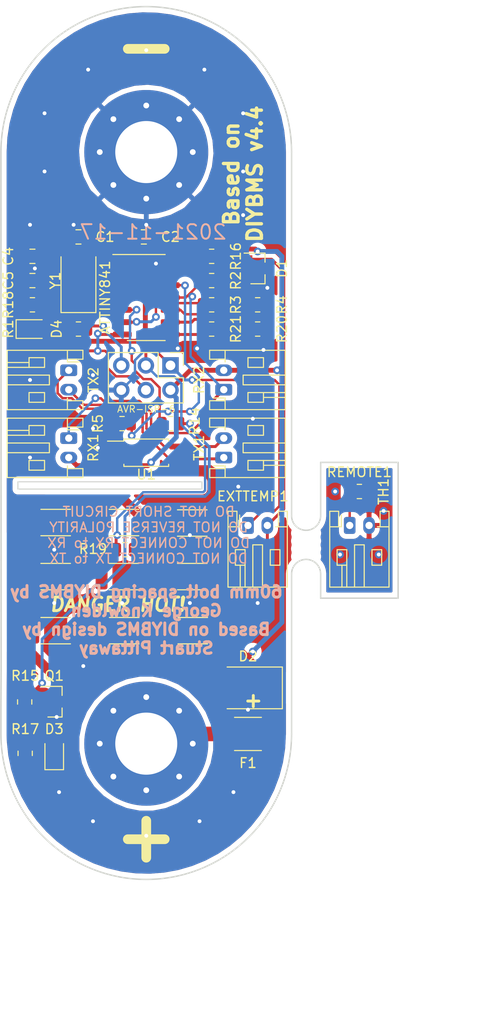
<source format=kicad_pcb>
(kicad_pcb (version 20171130) (host pcbnew 5.1.10-88a1d61d58~88~ubuntu18.04.1)
  (layers (0 F.Cu signal) (31 B.Cu signal) (34 B.Paste user hide) (35 F.Paste user hide) (36 B.SilkS user) (37 F.SilkS user) (38 B.Mask user hide) (39 F.Mask user hide) (44 Edge.Cuts user))
  (net 0 "")
  (net 1 GND)
  (net 2 VCC)
  (net 3 RXD0)
  (net 4 ENABLE)
  (net 5 "Net-(R5-Pad1)")
  (net 6 TXD0)
  (net 7 "Net-(R6-Pad2)")
  (net 8 "Net-(Q1-Pad3)")
  (net 9 "Net-(D3-Pad1)")
  (net 10 "Net-(D4-Pad1)")
  (net 11 DUMP_LOAD_ENABLE)
  (net 12 "Net-(TX1-Pad1)")
  (net 13 "Net-(TX1-Pad2)")
  (net 14 "Net-(ATTINY841-Pad2)")
  (net 15 "Net-(ATTINY841-Pad3)")
  (net 16 "Net-(ATTINY841-Pad4)")
  (net 17 "Net-(ATTINY841-Pad7)")
  (net 18 "Net-(R22-Pad2)")
  (net 19 "Net-(R24-Pad2)")
  (net 20 "Net-(F1-Pad2)")
  (net 21 "Net-(Q1-Pad1)")
  (net 22 "Net-(ATTINY841-Pad10)")
  (net 23 VREF)
  (net 24 SCK)
  (net 25 MISO)
  (net 26 "Net-(R25-Pad2)")
  (net 27 "Net-(R26-Pad2)")
  (net 28 "Net-(R12-Pad1)")
  (module TempStrap:mouse-bite-3mm-slot (layer F.Cu) (at 133.4176 85.3376 90)
    (fp_text reference mouse-bite-3mm-slot hide)
    (fp_text value VAL** hide)
    (pad "" np_thru_hole circle (at -1.2 -0.8 90) (size 0.5 0.5) (drill 0.5) (layers *.Cu *.Mask))
    (pad "" np_thru_hole circle (at 1.2 -0.8 90) (size 0.5 0.5) (drill 0.5) (layers *.Cu *.Mask))
    (pad "" np_thru_hole circle (at -0.4 -0.8 90) (size 0.5 0.5) (drill 0.5) (layers *.Cu *.Mask))
    (pad "" np_thru_hole circle (at 0.4 -0.8 90) (size 0.5 0.5) (drill 0.5) (layers *.Cu *.Mask))
    (pad "" np_thru_hole circle (at 0.4 -0.8 90) (size 0.5 0.5) (drill 0.5) (layers *.Cu *.Mask))
    (pad "" np_thru_hole circle (at 1.2 0.8 90) (size 0.5 0.5) (drill 0.5) (layers *.Cu *.Mask))
    (pad "" np_thru_hole circle (at 0.4 0.8 90) (size 0.5 0.5) (drill 0.5) (layers *.Cu *.Mask))
    (pad "" np_thru_hole circle (at -0.4 0.8 90) (size 0.5 0.5) (drill 0.5) (layers *.Cu *.Mask))
    (pad "" np_thru_hole circle (at -1.2 0.8 90) (size 0.5 0.5) (drill 0.5) (layers *.Cu *.Mask))
    (pad "" np_thru_hole circle (at 0.4 0.8 90) (size 0.5 0.5) (drill 0.5) (layers *.Cu *.Mask))
  )
  (module Resistor_SMD:R_0805_2012Metric (layer F.Cu) (at 138.9176 79.8376 180)
    (fp_text reference TH1 (at -2.5 0 90) (layer F.SilkS))
    (fp_text value CMFB103F3950FANT)
    (pad 2 smd roundrect (at 0.9125 0 180) (size 1.025 1.4) (layers F.Cu F.Paste F.Mask) (roundrect_rratio 0.2439014634146341) (net 25 MISO))
    (pad 1 smd roundrect (at -0.9125 0 180) (size 1.025 1.4) (layers F.Cu F.Paste F.Mask) (roundrect_rratio 0.2439014634146341) (net 23 VREF))
  )
  (module Connector_JST:JST_PH_S2B-PH-K_1x02_P2.00mm_Horizontal (layer F.Cu) (at 137.9176 83.3376)
    (fp_text reference REMOTE1 (at 1 -5.5) (layer F.SilkS))
    (fp_text value "Ext Temp Sensor")
    (pad 2 thru_hole oval (at 2 0) (size 1.2 1.75) (drill 0.75) (layers *.Cu *.Mask) (net 23 VREF))
    (pad 1 thru_hole roundrect (at 0 0) (size 1.2 1.75) (drill 0.75) (layers *.Cu *.Mask) (roundrect_rratio 0.2083325) (net 25 MISO))
  )
  (module Resistor_SMD:R_0805_2012Metric (layer F.Cu) (at 119.4176 72.8376 180)
    (fp_text reference R14 (at -2.5 0.25 90) (layer F.SilkS))
    (fp_text value 510OHMS)
    (pad 2 smd roundrect (at 0.9125 0 180) (size 1.025 1.4) (layers F.Cu F.Paste F.Mask) (roundrect_rratio 0.2439004878048781) (net 11 DUMP_LOAD_ENABLE))
    (pad 1 smd roundrect (at -0.9125 0 180) (size 1.025 1.4) (layers F.Cu F.Paste F.Mask) (roundrect_rratio 0.2439004878048781) (net 21 "Net-(Q1-Pad1)"))
  )
  (module Resistor_SMD:R_0805_2012Metric (layer F.Cu) (at 123.6676 63.0876)
    (fp_text reference R21 (at 2.5 0 90) (layer F.SilkS))
    (fp_text value 10KOHMS)
    (pad 2 smd roundrect (at 0.9125 0) (size 1.025 1.4) (layers F.Cu F.Paste F.Mask) (roundrect_rratio 0.2439004878048781) (net 1 GND))
    (pad 1 smd roundrect (at -0.9125 0) (size 1.025 1.4) (layers F.Cu F.Paste F.Mask) (roundrect_rratio 0.2439004878048781) (net 25 MISO))
  )
  (module Resistor_SMD:R_0805_2012Metric (layer F.Cu) (at 128.4176 63.0876)
    (fp_text reference R20 (at 2.5 0 90) (layer F.SilkS))
    (fp_text value 10KOHMS)
    (pad 2 smd roundrect (at 0.9125 0) (size 1.025 1.4) (layers F.Cu F.Paste F.Mask) (roundrect_rratio 0.2439004878048781) (net 1 GND))
    (pad 1 smd roundrect (at -0.9125 0) (size 1.025 1.4) (layers F.Cu F.Paste F.Mask) (roundrect_rratio 0.2439004878048781) (net 24 SCK))
  )
  (module LED_SMD:LED_0805_2012Metric (layer F.Cu) (at 105.1676 63.0876)
    (fp_text reference D4 (at 2.5 0 90) (layer F.SilkS))
    (fp_text value Blue)
    (pad 2 smd roundrect (at 0.9375 0) (size 0.975 1.4) (layers F.Cu F.Paste F.Mask) (net 17 "Net-(ATTINY841-Pad7)"))
    (pad 1 smd roundrect (at -0.9375 0) (size 0.975 1.4) (layers F.Cu F.Paste F.Mask) (net 10 "Net-(D4-Pad1)"))
  )
  (module Resistor_SMD:R_0805_2012Metric (layer F.Cu) (at 128.4176 60.5876)
    (fp_text reference R4 (at 2.5 0 90) (layer F.SilkS))
    (fp_text value 2.7K)
    (pad 2 smd roundrect (at 0.9125 0) (size 1.025 1.4) (layers F.Cu F.Paste F.Mask) (roundrect_rratio 0.2439004878048781) (net 1 GND))
    (pad 1 smd roundrect (at -0.9125 0) (size 1.025 1.4) (layers F.Cu F.Paste F.Mask) (roundrect_rratio 0.2439004878048781) (net 22 "Net-(ATTINY841-Pad10)"))
  )
  (module Resistor_SMD:R_0805_2012Metric (layer F.Cu) (at 123.6676 60.5876)
    (fp_text reference R3 (at 2.5 0 90) (layer F.SilkS))
    (fp_text value 6.8K)
    (pad 2 smd roundrect (at 0.9125 0) (size 1.025 1.4) (layers F.Cu F.Paste F.Mask) (roundrect_rratio 0.2439004878048781) (net 22 "Net-(ATTINY841-Pad10)"))
    (pad 1 smd roundrect (at -0.9125 0) (size 1.025 1.4) (layers F.Cu F.Paste F.Mask) (roundrect_rratio 0.2439004878048781) (net 4 ENABLE))
  )
  (module Resistor_SMD:R_0805_2012Metric (layer F.Cu) (at 123.6676 55.5876)
    (fp_text reference R2 (at 2.5 2.5 90) (layer F.SilkS))
    (fp_text value 1KOHMS)
    (pad 2 smd roundrect (at 0.9125 0) (size 1.025 1.4) (layers F.Cu F.Paste F.Mask) (roundrect_rratio 0.2439004878048781) (net 23 VREF))
    (pad 1 smd roundrect (at -0.9125 0) (size 1.025 1.4) (layers F.Cu F.Paste F.Mask) (roundrect_rratio 0.2439004878048781) (net 4 ENABLE))
  )
  (module Resistor_SMD:R_0805_2012Metric (layer F.Cu) (at 109.9176 63.0876)
    (fp_text reference R1 (at -7.25 0 90) (layer F.SilkS))
    (fp_text value 10KOHMS)
    (pad 2 smd roundrect (at 0.9125 0) (size 1.025 1.4) (layers F.Cu F.Paste F.Mask) (roundrect_rratio 0.2439004878048781) (net 16 "Net-(ATTINY841-Pad4)"))
    (pad 1 smd roundrect (at -0.9125 0) (size 1.025 1.4) (layers F.Cu F.Paste F.Mask) (roundrect_rratio 0.2439004878048781) (net 2 VCC))
  )
  (module Crystals:Crystal_SMD_5032-2pin_5.0x3.2mm (layer F.Cu) (at 109.9176 58.3376 90)
    (fp_text reference Y1 (at 0.25 -2.395 90) (layer F.SilkS))
    (fp_text value "8MHZ Ceramic Resonator")
    (pad 1 smd rect (at -1.85 0 90) (size 2 2.4) (layers F.Cu F.Paste F.Mask) (net 15 "Net-(ATTINY841-Pad3)"))
    (pad 2 smd rect (at 1.85 0 90) (size 2 2.4) (layers F.Cu F.Paste F.Mask) (net 14 "Net-(ATTINY841-Pad2)"))
  )
  (module Pin_Headers:Pin_Header_Straight_2x03_Pitch2.54mm (layer F.Cu) (at 119.4176 66.8376 270)
    (fp_text reference J2 hide)
    (fp_text value AVR-ISP-6 (at 4.5 2.5 180) (layer F.SilkS) (effects (font (size 0.7 0.7) (thickness 0.1))))
    (pad 1 thru_hole rect (at 0 0 270) (size 1.7 1.7) (drill 1) (layers *.Cu *.Mask) (net 25 MISO))
    (pad 2 thru_hole oval (at 2.54 0 270) (size 1.7 1.7) (drill 1) (layers *.Cu *.Mask) (net 2 VCC))
    (pad 3 thru_hole oval (at 0 2.54 270) (size 1.7 1.7) (drill 1) (layers *.Cu *.Mask) (net 24 SCK))
    (pad 4 thru_hole oval (at 2.54 2.54 270) (size 1.7 1.7) (drill 1) (layers *.Cu *.Mask) (net 17 "Net-(ATTINY841-Pad7)"))
    (pad 5 thru_hole oval (at 0 5.08 270) (size 1.7 1.7) (drill 1) (layers *.Cu *.Mask) (net 16 "Net-(ATTINY841-Pad4)"))
    (pad 6 thru_hole oval (at 2.54 5.08 270) (size 1.7 1.7) (drill 1) (layers *.Cu *.Mask) (net 1 GND))
  )
  (module Resistor_SMD:R_0805_2012Metric (layer F.Cu) (at 123.6676 58.0876 180)
    (fp_text reference R16 (at -2.5 2.5 90) (layer F.SilkS))
    (fp_text value 2.2KOHMS)
    (pad 2 smd roundrect (at 0.9125 0 180) (size 1.025 1.4) (layers F.Cu F.Paste F.Mask) (roundrect_rratio 0.2439004878048781) (net 3 RXD0))
    (pad 1 smd roundrect (at -0.9125 0 180) (size 1.025 1.4) (layers F.Cu F.Paste F.Mask) (roundrect_rratio 0.2439004878048781) (net 1 GND))
  )
  (module Resistor_SMD:R_0805_2012Metric (layer F.Cu) (at 105.1676 60.5876 180)
    (fp_text reference R18 (at 2.5 0 90) (layer F.SilkS))
    (fp_text value 2.2KOHMS)
    (pad 2 smd roundrect (at 0.9125 0 180) (size 1.025 1.4) (layers F.Cu F.Paste F.Mask) (roundrect_rratio 0.2439004878048781) (net 10 "Net-(D4-Pad1)"))
    (pad 1 smd roundrect (at -0.9125 0 180) (size 1.025 1.4) (layers F.Cu F.Paste F.Mask) (roundrect_rratio 0.2439004878048781) (net 1 GND))
  )
  (module Package_TO_SOT_SMD:SOT-23 (layer F.Cu) (at 128.4176 56.8376)
    (fp_text reference D1 (at 2.5 0 270) (layer F.SilkS))
    (fp_text value AZ432ANTR-E1)
    (pad 3 smd rect (at 1 0) (size 0.9 0.8) (layers F.Cu F.Paste F.Mask) (net 1 GND))
    (pad 2 smd rect (at -1 0.95) (size 0.9 0.8) (layers F.Cu F.Paste F.Mask) (net 23 VREF))
    (pad 1 smd rect (at -1 -0.95) (size 0.9 0.8) (layers F.Cu F.Paste F.Mask) (net 23 VREF))
  )
  (module Capacitor_SMD:C_0805_2012Metric (layer F.Cu) (at 105.1676 58.0876 180)
    (fp_text reference C5 (at 2.5 0 270) (layer F.SilkS))
    (fp_text value 22pF)
    (pad 2 smd roundrect (at 0.95 0 180) (size 1 1.45) (layers F.Cu F.Paste F.Mask) (net 1 GND))
    (pad 1 smd roundrect (at -0.95 0 180) (size 1 1.45) (layers F.Cu F.Paste F.Mask) (net 15 "Net-(ATTINY841-Pad3)"))
  )
  (module Capacitor_SMD:C_0805_2012Metric (layer F.Cu) (at 105.1676 55.5876 180)
    (fp_text reference C4 (at 2.5 0 270) (layer F.SilkS))
    (fp_text value 22pF)
    (pad 2 smd roundrect (at 0.95 0 180) (size 1 1.45) (layers F.Cu F.Paste F.Mask) (net 1 GND))
    (pad 1 smd roundrect (at -0.95 0 180) (size 1 1.45) (layers F.Cu F.Paste F.Mask) (net 14 "Net-(ATTINY841-Pad2)"))
  )
  (module Capacitor_SMD:C_0805_2012Metric (layer F.Cu) (at 116.6676 53.5876)
    (fp_text reference C2 (at 2.75 0) (layer F.SilkS))
    (fp_text value 1uF)
    (pad 2 smd roundrect (at 0.95 0) (size 1 1.45) (layers F.Cu F.Paste F.Mask) (net 1 GND))
    (pad 1 smd roundrect (at -0.95 0) (size 1 1.45) (layers F.Cu F.Paste F.Mask) (net 2 VCC))
  )
  (module Capacitor_SMD:C_0805_2012Metric (layer F.Cu) (at 109.9176 53.5876 180)
    (fp_text reference C1 (at -2.75 0) (layer F.SilkS))
    (fp_text value 100nF)
    (pad 2 smd roundrect (at 0.95 0 180) (size 1 1.45) (layers F.Cu F.Paste F.Mask) (net 1 GND))
    (pad 1 smd roundrect (at -0.95 0 180) (size 1 1.45) (layers F.Cu F.Paste F.Mask) (net 2 VCC))
  )
  (module Package_SO:SOIC-14_3.9x8.7mm_P1.27mm (layer F.Cu) (at 116.9176 59.8376)
    (fp_text reference ATTINY841 (at -4.25 0 90) (layer F.SilkS))
    (fp_text value ATtiny841-SSU)
    (pad 14 smd roundrect (at 2.475 -3.81) (size 1.95 0.6) (layers F.Cu F.Paste F.Mask) (net 1 GND))
    (pad 13 smd roundrect (at 2.475 -2.54) (size 1.95 0.6) (layers F.Cu F.Paste F.Mask) (net 23 VREF))
    (pad 12 smd roundrect (at 2.475 -1.27) (size 1.95 0.6) (layers F.Cu F.Paste F.Mask) (net 6 TXD0))
    (pad 11 smd roundrect (at 2.475 0) (size 1.95 0.6) (layers F.Cu F.Paste F.Mask) (net 3 RXD0))
    (pad 10 smd roundrect (at 2.475 1.27) (size 1.95 0.6) (layers F.Cu F.Paste F.Mask) (net 22 "Net-(ATTINY841-Pad10)"))
    (pad 9 smd roundrect (at 2.475 2.54) (size 1.95 0.6) (layers F.Cu F.Paste F.Mask) (net 24 SCK))
    (pad 8 smd roundrect (at 2.475 3.81) (size 1.95 0.6) (layers F.Cu F.Paste F.Mask) (net 25 MISO))
    (pad 7 smd roundrect (at -2.475 3.81) (size 1.95 0.6) (layers F.Cu F.Paste F.Mask) (net 17 "Net-(ATTINY841-Pad7)"))
    (pad 6 smd roundrect (at -2.475 2.54) (size 1.95 0.6) (layers F.Cu F.Paste F.Mask) (net 4 ENABLE))
    (pad 5 smd roundrect (at -2.475 1.27) (size 1.95 0.6) (layers F.Cu F.Paste F.Mask) (net 11 DUMP_LOAD_ENABLE))
    (pad 4 smd roundrect (at -2.475 0) (size 1.95 0.6) (layers F.Cu F.Paste F.Mask) (net 16 "Net-(ATTINY841-Pad4)"))
    (pad 3 smd roundrect (at -2.475 -1.27) (size 1.95 0.6) (layers F.Cu F.Paste F.Mask) (net 15 "Net-(ATTINY841-Pad3)"))
    (pad 2 smd roundrect (at -2.475 -2.54) (size 1.95 0.6) (layers F.Cu F.Paste F.Mask) (net 14 "Net-(ATTINY841-Pad2)"))
    (pad 1 smd roundrect (at -2.475 -3.81) (size 1.95 0.6) (layers F.Cu F.Paste F.Mask) (net 2 VCC))
  )
  (module Resistor_SMD:R_2010_5025Metric (layer F.Cu) (at 121.6676 83.0876 180)
    (fp_text reference R30 hide)
    (fp_text value "3.3OHM 3/4W")
    (pad 2 smd roundrect (at 2.3125 0 180) (size 1.225 2.65) (layers F.Cu F.Paste F.Mask) (roundrect_rratio 0.2040808163265306) (net 8 "Net-(Q1-Pad3)"))
    (pad 1 smd roundrect (at -2.3125 0 180) (size 1.225 2.65) (layers F.Cu F.Paste F.Mask) (roundrect_rratio 0.2040808163265306) (net 27 "Net-(R26-Pad2)"))
  )
  (module Resistor_SMD:R_2010_5025Metric (layer F.Cu) (at 114.6176 83.0376)
    (fp_text reference R29 hide)
    (fp_text value "3.3OHM 3/4W")
    (pad 2 smd roundrect (at 2.3125 0) (size 1.225 2.65) (layers F.Cu F.Paste F.Mask) (roundrect_rratio 0.2040808163265306) (net 8 "Net-(Q1-Pad3)"))
    (pad 1 smd roundrect (at -2.3125 0) (size 1.225 2.65) (layers F.Cu F.Paste F.Mask) (roundrect_rratio 0.2040808163265306) (net 26 "Net-(R25-Pad2)"))
  )
  (module Resistor_SMD:R_2010_5025Metric (layer F.Cu) (at 121.6676 88.6126)
    (fp_text reference R26 hide)
    (fp_text value "3.3OHM 3/4W")
    (pad 2 smd roundrect (at 2.3125 0) (size 1.225 2.65) (layers F.Cu F.Paste F.Mask) (roundrect_rratio 0.2040808163265306) (net 27 "Net-(R26-Pad2)"))
    (pad 1 smd roundrect (at -2.3125 0) (size 1.225 2.65) (layers F.Cu F.Paste F.Mask) (roundrect_rratio 0.2040808163265306) (net 19 "Net-(R24-Pad2)"))
  )
  (module Resistor_SMD:R_2010_5025Metric (layer F.Cu) (at 114.6176 88.6126 180)
    (fp_text reference R25 hide)
    (fp_text value "3.3OHM 3/4W")
    (pad 2 smd roundrect (at 2.3125 0 180) (size 1.225 2.65) (layers F.Cu F.Paste F.Mask) (roundrect_rratio 0.2040808163265306) (net 26 "Net-(R25-Pad2)"))
    (pad 1 smd roundrect (at -2.3125 0 180) (size 1.225 2.65) (layers F.Cu F.Paste F.Mask) (roundrect_rratio 0.2040808163265306) (net 18 "Net-(R22-Pad2)"))
  )
  (module Resistor_SMD:R_2010_5025Metric (layer F.Cu) (at 121.7176 94.1876 180)
    (fp_text reference R24 hide)
    (fp_text value "3.3OHM 3/4W")
    (pad 2 smd roundrect (at 2.3125 0 180) (size 1.225 2.65) (layers F.Cu F.Paste F.Mask) (roundrect_rratio 0.2040808163265306) (net 19 "Net-(R24-Pad2)"))
    (pad 1 smd roundrect (at -2.3125 0 180) (size 1.225 2.65) (layers F.Cu F.Paste F.Mask) (roundrect_rratio 0.2040808163265306) (net 2 VCC))
  )
  (module Resistor_SMD:R_2010_5025Metric (layer F.Cu) (at 114.6426 94.1876)
    (fp_text reference R22 hide)
    (fp_text value "3.3OHM 3/4W")
    (pad 2 smd roundrect (at 2.3125 0) (size 1.225 2.65) (layers F.Cu F.Paste F.Mask) (roundrect_rratio 0.2040808163265306) (net 18 "Net-(R22-Pad2)"))
    (pad 1 smd roundrect (at -2.3125 0) (size 1.225 2.65) (layers F.Cu F.Paste F.Mask) (roundrect_rratio 0.2040808163265306) (net 2 VCC))
  )
  (module Resistor_SMD:R_2010_5025Metric (layer F.Cu) (at 107.5676 83.0376 180)
    (fp_text reference R12 hide)
    (fp_text value "3.3OHM 3/4W")
    (pad 2 smd roundrect (at 2.3125 0 180) (size 1.225 2.65) (layers F.Cu F.Paste F.Mask) (roundrect_rratio 0.2040808163265306) (net 8 "Net-(Q1-Pad3)"))
    (pad 1 smd roundrect (at -2.3125 0 180) (size 1.225 2.65) (layers F.Cu F.Paste F.Mask) (roundrect_rratio 0.2040808163265306) (net 28 "Net-(R12-Pad1)"))
  )
  (module Resistor_SMD:R_2010_5025Metric (layer F.Cu) (at 107.5676 88.6126)
    (fp_text reference R8 hide)
    (fp_text value "3.3OHM 3/4W")
    (pad 2 smd roundrect (at 2.3125 0) (size 1.225 2.65) (layers F.Cu F.Paste F.Mask) (roundrect_rratio 0.2040808163265306) (net 28 "Net-(R12-Pad1)"))
    (pad 1 smd roundrect (at -2.3125 0) (size 1.225 2.65) (layers F.Cu F.Paste F.Mask) (roundrect_rratio 0.2040808163265306) (net 7 "Net-(R6-Pad2)"))
  )
  (module Resistor_SMD:R_2010_5025Metric (layer F.Cu) (at 107.5676 94.1876 180)
    (fp_text reference R6 hide)
    (fp_text value "3.3OHM 3/4W")
    (pad 2 smd roundrect (at 2.3125 0 180) (size 1.225 2.65) (layers F.Cu F.Paste F.Mask) (roundrect_rratio 0.2040808163265306) (net 7 "Net-(R6-Pad2)"))
    (pad 1 smd roundrect (at -2.3125 0 180) (size 1.225 2.65) (layers F.Cu F.Paste F.Mask) (roundrect_rratio 0.2040808163265306) (net 2 VCC))
  )
  (module Package_SO:SOP-4_4.4x2.6mm_P1.27mm (layer F.Cu) (at 116.9176 75.8376)
    (fp_text reference U1 (at 0 2.25) (layer F.SilkS))
    (fp_text value "EL3H7(B)(TA)-G")
    (pad 4 smd roundrect (at 3.1875 -0.635) (size 1.625 0.6) (layers F.Cu F.Paste F.Mask) (net 13 "Net-(TX1-Pad2)"))
    (pad 3 smd roundrect (at 3.1875 0.635) (size 1.625 0.6) (layers F.Cu F.Paste F.Mask) (net 12 "Net-(TX1-Pad1)"))
    (pad 2 smd roundrect (at -3.1875 0.635) (size 1.625 0.6) (layers F.Cu F.Paste F.Mask) (net 1 GND))
    (pad 1 smd roundrect (at -3.1875 -0.635) (size 1.625 0.6) (layers F.Cu F.Paste F.Mask) (net 5 "Net-(R5-Pad1)"))
  )
  (module Connector_JST:JST_PH_S2B-PH-K_1x02_P2.00mm_Horizontal (layer F.Cu) (at 124.9176 76.3376 90)
    (fp_text reference TX1 (at 1 -2.55 90) (layer F.SilkS))
    (fp_text value "TX Connector")
    (pad 2 thru_hole oval (at 2 0 90) (size 1.2 1.75) (drill 0.75) (layers *.Cu *.Mask) (net 13 "Net-(TX1-Pad2)"))
    (pad 1 thru_hole roundrect (at 0 0 90) (size 1.2 1.75) (drill 0.75) (layers *.Cu *.Mask) (roundrect_rratio 0.2083325) (net 12 "Net-(TX1-Pad1)"))
  )
  (module Connector_JST:JST_PH_S2B-PH-K_1x02_P2.00mm_Horizontal (layer F.Cu) (at 108.9176 74.3376 270)
    (fp_text reference RX1 (at 1 -2.53 90) (layer F.SilkS))
    (fp_text value "RX Connector")
    (pad 2 thru_hole oval (at 2 0 270) (size 1.2 1.75) (drill 0.75) (layers *.Cu *.Mask) (net 2 VCC))
    (pad 1 thru_hole roundrect (at 0 0 270) (size 1.2 1.75) (drill 0.75) (layers *.Cu *.Mask) (roundrect_rratio 0.2083325) (net 3 RXD0))
  )
  (module Diode_SMD:D_SMB (layer F.Cu) (at 127.4176 100.0876 180)
    (fp_text reference D2 (at 0 3.25) (layer F.SilkS))
    (fp_text value SMBJ5.0A)
    (pad 2 smd rect (at 2.15 0 180) (size 2.5 2.3) (layers F.Cu F.Paste F.Mask) (net 1 GND))
    (pad 1 smd rect (at -2.15 0 180) (size 2.5 2.3) (layers F.Cu F.Paste F.Mask) (net 2 VCC))
  )
  (module Resistor_SMD:R_0805_2012Metric (layer F.Cu) (at 114.7176 85.8376 180)
    (fp_text reference R19 (at 3.3 0.075) (layer F.SilkS))
    (fp_text value CMFB103F3950FANT)
    (pad 2 smd roundrect (at 0.9125 0 180) (size 1.025 1.4) (layers F.Cu F.Paste F.Mask) (roundrect_rratio 0.2439004878048781) (net 24 SCK))
    (pad 1 smd roundrect (at -0.9125 0 180) (size 1.025 1.4) (layers F.Cu F.Paste F.Mask) (roundrect_rratio 0.2439004878048781) (net 23 VREF))
  )
  (module Resistor_SMD:R_0805_2012Metric (layer F.Cu) (at 104.4176 106.8376 270)
    (fp_text reference R17 (at -2.5 0 180) (layer F.SilkS))
    (fp_text value 2.2KOHMS)
    (pad 2 smd roundrect (at 0.9125 0 270) (size 1.025 1.4) (layers F.Cu F.Paste F.Mask) (roundrect_rratio 0.2439004878048781) (net 9 "Net-(D3-Pad1)"))
    (pad 1 smd roundrect (at -0.9125 0 270) (size 1.025 1.4) (layers F.Cu F.Paste F.Mask) (roundrect_rratio 0.2439004878048781) (net 8 "Net-(Q1-Pad3)"))
  )
  (module Resistor_SMD:R_0805_2012Metric (layer F.Cu) (at 104.3676 101.5376 270)
    (fp_text reference R15 (at -2.7 -0.05 180) (layer F.SilkS))
    (fp_text value 10KOHMS)
    (pad 2 smd roundrect (at 0.9125 0 270) (size 1.025 1.4) (layers F.Cu F.Paste F.Mask) (roundrect_rratio 0.2439004878048781) (net 1 GND))
    (pad 1 smd roundrect (at -0.9125 0 270) (size 1.025 1.4) (layers F.Cu F.Paste F.Mask) (roundrect_rratio 0.2439004878048781) (net 21 "Net-(Q1-Pad1)"))
  )
  (module Resistor_SMD:R_0805_2012Metric (layer F.Cu) (at 114.4176 72.8376)
    (fp_text reference R5 (at -2.5 0 90) (layer F.SilkS))
    (fp_text value "220 OHMS")
    (pad 2 smd roundrect (at 0.9125 0) (size 1.025 1.4) (layers F.Cu F.Paste F.Mask) (roundrect_rratio 0.2439004878048781) (net 6 TXD0))
    (pad 1 smd roundrect (at -0.9125 0) (size 1.025 1.4) (layers F.Cu F.Paste F.Mask) (roundrect_rratio 0.2439004878048781) (net 5 "Net-(R5-Pad1)"))
  )
  (module Fuse:Fuse_1812_4532Metric (layer F.Cu) (at 127.4176 104.8376 180)
    (fp_text reference F1 (at 0 -3) (layer F.SilkS))
    (fp_text value mSMD150)
    (pad 2 smd roundrect (at 2.1375 0 180) (size 1.125 3.4) (layers F.Cu F.Paste F.Mask) (roundrect_rratio 0.2222204444444444) (net 20 "Net-(F1-Pad2)"))
    (pad 1 smd roundrect (at -2.1375 0 180) (size 1.125 3.4) (layers F.Cu F.Paste F.Mask) (roundrect_rratio 0.2222204444444444) (net 2 VCC))
  )
  (module Connector_JST:JST_PH_S2B-PH-K_1x02_P2.00mm_Horizontal (layer F.Cu) (at 127.4176 83.3376)
    (fp_text reference EXTTEMP1 (at 0.5 -3) (layer F.SilkS))
    (fp_text value "Ext Temp Sensor")
    (pad 2 thru_hole oval (at 2 0) (size 1.2 1.75) (drill 0.75) (layers *.Cu *.Mask) (net 23 VREF))
    (pad 1 thru_hole roundrect (at 0 0) (size 1.2 1.75) (drill 0.75) (layers *.Cu *.Mask) (roundrect_rratio 0.2083325) (net 25 MISO))
  )
  (module LED_SMD:LED_0805_2012Metric (layer F.Cu) (at 107.4176 106.8376 90)
    (fp_text reference D3 (at 2.5 0 180) (layer F.SilkS))
    (fp_text value Red)
    (pad 2 smd roundrect (at 0.9375 0 90) (size 0.975 1.4) (layers F.Cu F.Paste F.Mask) (net 2 VCC))
    (pad 1 smd roundrect (at -0.9375 0 90) (size 0.975 1.4) (layers F.Cu F.Paste F.Mask) (net 9 "Net-(D3-Pad1)"))
  )
  (module TO_SOT_Packages_SMD:SOT-23 (layer F.Cu) (at 107.4676 101.5126)
    (fp_text reference Q1 (at -0.05 -2.675 180) (layer F.SilkS))
    (fp_text value AO3400A)
    (pad 1 smd rect (at -1 -0.95) (size 0.9 0.8) (layers F.Cu F.Paste F.Mask) (net 21 "Net-(Q1-Pad1)"))
    (pad 2 smd rect (at -1 0.95) (size 0.9 0.8) (layers F.Cu F.Paste F.Mask) (net 1 GND))
    (pad 3 smd rect (at 1 0) (size 0.9 0.8) (layers F.Cu F.Paste F.Mask) (net 8 "Net-(Q1-Pad3)"))
  )
  (module Connector_JST:JST_PH_S2B-PH-K_1x02_P2.00mm_Horizontal (layer F.Cu) (at 124.9176 69.3376 90)
    (fp_text reference RX2 (at 1 -2.55 90) (layer F.SilkS))
    (fp_text value "RX Connector")
    (pad 2 thru_hole oval (at 2 0 90) (size 1.2 1.75) (drill 0.75) (layers *.Cu *.Mask) (net 2 VCC))
    (pad 1 thru_hole roundrect (at 0 0 90) (size 1.2 1.75) (drill 0.75) (layers *.Cu *.Mask) (roundrect_rratio 0.2083325) (net 3 RXD0))
  )
  (module Connector_JST:JST_PH_S2B-PH-K_1x02_P2.00mm_Horizontal (layer F.Cu) (at 108.9176 67.3376 270)
    (fp_text reference TX2 (at 1 -2.55 90) (layer F.SilkS))
    (fp_text value "TX Connector")
    (pad 1 thru_hole roundrect (at 0 0 270) (size 1.2 1.75) (drill 0.75) (layers *.Cu *.Mask) (roundrect_rratio 0.2083325) (net 12 "Net-(TX1-Pad1)"))
    (pad 2 thru_hole oval (at 2 0 270) (size 1.2 1.75) (drill 0.75) (layers *.Cu *.Mask) (net 13 "Net-(TX1-Pad2)"))
  )
  (module MountingHole:MountingHole_6.4mm_M6_Pad_Via (layer F.Cu) (at 116.9176 44.8376)
    (fp_text reference J1 hide)
    (fp_text value -VE)
    (pad 1 thru_hole circle (at 3.394113 -3.394113) (size 0.9 0.9) (drill 0.6) (layers *.Cu *.Mask) (net 1 GND))
    (pad 1 thru_hole circle (at 0 -4.8) (size 0.9 0.9) (drill 0.6) (layers *.Cu *.Mask) (net 1 GND))
    (pad 1 thru_hole circle (at -3.394113 -3.394113) (size 0.9 0.9) (drill 0.6) (layers *.Cu *.Mask) (net 1 GND))
    (pad 1 thru_hole circle (at -4.8 0) (size 0.9 0.9) (drill 0.6) (layers *.Cu *.Mask) (net 1 GND))
    (pad 1 thru_hole circle (at -3.394113 3.394113) (size 0.9 0.9) (drill 0.6) (layers *.Cu *.Mask) (net 1 GND))
    (pad 1 thru_hole circle (at 0 4.8) (size 0.9 0.9) (drill 0.6) (layers *.Cu *.Mask) (net 1 GND))
    (pad 1 thru_hole circle (at 3.394113 3.394113) (size 0.9 0.9) (drill 0.6) (layers *.Cu *.Mask) (net 1 GND))
    (pad 1 thru_hole circle (at 4.8 0) (size 0.9 0.9) (drill 0.6) (layers *.Cu *.Mask) (net 1 GND))
    (pad 1 thru_hole circle (at 0 0) (size 12.8 12.8) (drill 6.4) (layers *.Cu *.Mask) (net 1 GND))
  )
  (module MountingHole:MountingHole_6.4mm_M6_Pad_Via (layer F.Cu) (at 116.9176 105.8376)
    (fp_text reference J3 hide)
    (fp_text value +VE)
    (pad 1 thru_hole circle (at 3.394113 -3.394113) (size 0.9 0.9) (drill 0.6) (layers *.Cu *.Mask) (net 20 "Net-(F1-Pad2)"))
    (pad 1 thru_hole circle (at 0 -4.8) (size 0.9 0.9) (drill 0.6) (layers *.Cu *.Mask) (net 20 "Net-(F1-Pad2)"))
    (pad 1 thru_hole circle (at -3.394113 -3.394113) (size 0.9 0.9) (drill 0.6) (layers *.Cu *.Mask) (net 20 "Net-(F1-Pad2)"))
    (pad 1 thru_hole circle (at -4.8 0) (size 0.9 0.9) (drill 0.6) (layers *.Cu *.Mask) (net 20 "Net-(F1-Pad2)"))
    (pad 1 thru_hole circle (at -3.394113 3.394113) (size 0.9 0.9) (drill 0.6) (layers *.Cu *.Mask) (net 20 "Net-(F1-Pad2)"))
    (pad 1 thru_hole circle (at 0 4.8) (size 0.9 0.9) (drill 0.6) (layers *.Cu *.Mask) (net 20 "Net-(F1-Pad2)"))
    (pad 1 thru_hole circle (at 3.394113 3.394113) (size 0.9 0.9) (drill 0.6) (layers *.Cu *.Mask) (net 20 "Net-(F1-Pad2)"))
    (pad 1 thru_hole circle (at 4.8 0) (size 0.9 0.9) (drill 0.6) (layers *.Cu *.Mask) (net 20 "Net-(F1-Pad2)"))
    (pad 1 thru_hole circle (at 0 0) (size 12.8 12.8) (drill 6.4) (layers *.Cu *.Mask) (net 20 "Net-(F1-Pad2)"))
  )
  (gr_arc (start 133.4176 82.3376) (end 131.9176 82.3376) (angle -180) (layer Edge.Cuts) (width 0.15))
  (gr_arc (start 133.4176 88.3376) (end 134.9176 88.3376) (angle -180) (layer Edge.Cuts) (width 0.15))
  (gr_line (start 131.9176 88.3376) (end 131.9176 104.8376) (layer Edge.Cuts) (width 0.15))
  (gr_line (start 134.9176 90.8376) (end 134.9176 88.3376) (layer Edge.Cuts) (width 0.15))
  (gr_line (start 142.9176 76.8376) (end 134.9176 76.8376) (layer Edge.Cuts) (width 0.15))
  (gr_line (start 142.9176 90.8376) (end 142.9176 76.8376) (layer Edge.Cuts) (width 0.15))
  (gr_line (start 134.9176 90.8376) (end 142.9176 90.8376) (layer Edge.Cuts) (width 0.15))
  (gr_line (start 134.9176 76.8376) (end 134.9176 82.3376) (layer Edge.Cuts) (width 0.15))
  (gr_text + (at 116.9176 115.3376) (layer F.SilkS) (effects (font (size 5 5) (thickness 1))))
  (gr_text - (at 116.9176 33.8376) (layer F.SilkS) (effects (font (size 5 5) (thickness 1))))
  (gr_text "60mm bolt spacing DIYBMS by\nGeorge Knowlden\nBased on DIYBMS design by\nStuart Pittaway" (at 116.9176 93.0876) (layer B.SilkS) (effects (font (size 1.2 1.2) (thickness 0.3)) (justify mirror)))
  (gr_line (start 103.6676 78.8376) (end 103.6676 79.5876) (layer Edge.Cuts) (width 0.1))
  (gr_line (start 103.6676 78.8376) (end 122.6676 78.8376) (layer Edge.Cuts) (width 0.1))
  (gr_line (start 122.6676 79.5876) (end 103.6676 79.5876) (layer Edge.Cuts) (width 0.1))
  (gr_line (start 122.6676 78.8376) (end 122.6676 79.5876) (layer Edge.Cuts) (width 0.1))
  (gr_arc (start 116.9176 44.8376) (end 131.9176 44.8376) (angle -180) (layer Edge.Cuts) (width 0.15))
  (gr_arc (start 116.9176 104.8376) (end 101.9176 104.8376) (angle -180) (layer Edge.Cuts) (width 0.15))
  (gr_line (start 101.9176 101.9076) (end 101.9376 98.2976) (layer Edge.Cuts) (width 0.15))
  (gr_line (start 101.9176 104.8376) (end 101.9176 101.9076) (layer Edge.Cuts) (width 0.15))
  (gr_line (start 101.9376 98.2976) (end 101.9176 44.8376) (layer Edge.Cuts) (width 0.15))
  (gr_text + (at 127.9676 101.3376) (layer F.SilkS) (effects (font (size 1.5 1.5) (thickness 0.3))))
  (gr_line (start 131.9176 44.8376) (end 131.9176 82.3376) (layer Edge.Cuts) (width 0.15))
  (gr_text "DANGER HOT!" (at 113.9676 91.4876) (layer F.SilkS) (effects (font (size 1.4 1.4) (thickness 0.3) italic)))
  (gr_text "DO NOT SHORT CIRCUIT\nDO NOT REVERSE POLARITY\nDO NOT CONNECT RX to RX\nDO NOT CONNECT TX to TX" (at 117.1676 84.3376) (layer B.SilkS) (effects (font (size 1 1)) (justify mirror)))
  (gr_text 2021-11-17 (at 109.9176 53.0876) (layer B.SilkS) (effects (font (size 1.5 1.5) (thickness 0.2)) (justify right mirror)))
  (gr_text "Based on\nDIYBMS v4.4" (at 126.9176 47.0876 90) (layer F.SilkS) (effects (font (size 1.5 1.5) (thickness 0.35))))
  (segment (start 104.3801 102.4626) (end 104.3676 102.4501) (width 1) (layer F.Cu) (net 1))
  (segment (start 106.4676 102.4626) (end 104.3801 102.4626) (width 1) (layer F.Cu) (net 1))
  (via (at 107.6676 103.0876) (size 0.8) (drill 0.4) (layers F.Cu B.Cu) (net 1))
  (segment (start 106.4676 102.4626) (end 107.0426 102.4626) (width 1) (layer F.Cu) (net 1))
  (segment (start 107.0426 102.4626) (end 107.6676 103.0876) (width 1) (layer F.Cu) (net 1))
  (via (at 127.4176 102.3376) (size 0.8) (drill 0.4) (layers F.Cu B.Cu) (net 1))
  (segment (start 127.4176 102.2376) (end 125.2676 100.0876) (width 1) (layer F.Cu) (net 1))
  (segment (start 127.4176 102.3376) (end 127.4176 102.2376) (width 1) (layer F.Cu) (net 1))
  (via (at 116.9176 52.3376) (size 0.8) (drill 0.4) (layers F.Cu B.Cu) (net 1))
  (segment (start 116.9176 44.8376) (end 116.9176 52.3376) (width 0.5) (layer B.Cu) (net 1))
  (via (at 109.4176 52.3376) (size 0.8) (drill 0.4) (layers F.Cu B.Cu) (net 1))
  (segment (start 116.9176 44.8376) (end 109.4176 52.3376) (width 0.5) (layer B.Cu) (net 1))
  (segment (start 108.9676 52.7876) (end 109.4176 52.3376) (width 0.5) (layer F.Cu) (net 1))
  (segment (start 108.9676 53.5876) (end 108.9676 52.7876) (width 0.5) (layer F.Cu) (net 1))
  (segment (start 117.6176 53.0376) (end 116.9176 52.3376) (width 0.5) (layer F.Cu) (net 1))
  (segment (start 117.6176 53.5876) (end 117.6176 53.0376) (width 0.5) (layer F.Cu) (net 1))
  (segment (start 104.2176 58.0876) (end 104.2176 55.5876) (width 0.5) (layer F.Cu) (net 1))
  (segment (start 106.0801 59.9501) (end 104.2176 58.0876) (width 0.5) (layer F.Cu) (net 1))
  (segment (start 106.0801 60.5876) (end 106.0801 59.9501) (width 0.5) (layer F.Cu) (net 1))
  (segment (start 104.2176 58.0876) (end 104.2176 57.5376) (width 0.5) (layer F.Cu) (net 1))
  (via (at 117.9176 56.3376) (size 0.8) (drill 0.4) (layers F.Cu B.Cu) (net 1))
  (segment (start 119.3926 56.0276) (end 118.2276 56.0276) (width 0.5) (layer F.Cu) (net 1))
  (segment (start 118.2276 56.0276) (end 117.9176 56.3376) (width 0.5) (layer F.Cu) (net 1))
  (segment (start 117.9176 53.3376) (end 116.9176 52.3376) (width 0.5) (layer B.Cu) (net 1))
  (segment (start 117.9176 56.3376) (end 117.9176 53.3376) (width 0.5) (layer B.Cu) (net 1))
  (segment (start 129.4176 60.2501) (end 129.3301 60.3376) (width 0.5) (layer F.Cu) (net 1))
  (via (at 105.4176 56.8376) (size 0.8) (drill 0.4) (layers F.Cu B.Cu) (net 1))
  (segment (start 104.2176 58.0876) (end 104.2176 58.0376) (width 0.5) (layer F.Cu) (net 1))
  (segment (start 104.2176 58.0376) (end 105.4176 56.8376) (width 0.5) (layer F.Cu) (net 1))
  (segment (start 106.9176 52.3376) (end 109.4176 52.3376) (width 0.5) (layer B.Cu) (net 1))
  (segment (start 105.4176 56.8376) (end 105.4176 53.8376) (width 0.5) (layer B.Cu) (net 1))
  (segment (start 105.4176 53.8376) (end 106.9176 52.3376) (width 0.5) (layer B.Cu) (net 1))
  (segment (start 128.23009 64.18761) (end 129.3301 63.0876) (width 0.5) (layer F.Cu) (net 1))
  (segment (start 125.68011 64.18761) (end 128.23009 64.18761) (width 0.5) (layer F.Cu) (net 1))
  (segment (start 124.5801 63.0876) (end 125.68011 64.18761) (width 0.5) (layer F.Cu) (net 1))
  (segment (start 129.4176 57.357602) (end 129.4176 56.8376) (width 0.5) (layer F.Cu) (net 1))
  (segment (start 128.187601 58.587601) (end 129.4176 57.357602) (width 0.5) (layer F.Cu) (net 1))
  (segment (start 125.080101 58.587601) (end 128.187601 58.587601) (width 0.5) (layer F.Cu) (net 1))
  (segment (start 124.5801 58.0876) (end 125.080101 58.587601) (width 0.5) (layer F.Cu) (net 1))
  (via (at 129.4176 58.8376) (size 0.8) (drill 0.4) (layers F.Cu B.Cu) (net 1))
  (segment (start 129.4176 56.8376) (end 129.4176 58.8376) (width 0.5) (layer F.Cu) (net 1))
  (segment (start 129.4176 58.8376) (end 122.9176 52.3376) (width 0.5) (layer B.Cu) (net 1))
  (segment (start 122.9176 52.3376) (end 116.9176 52.3376) (width 0.5) (layer B.Cu) (net 1))
  (segment (start 113.7301 76.4726) (end 113.0526 76.4726) (width 0.25) (layer F.Cu) (net 1))
  (via (at 111.9176 75.3376) (size 0.8) (drill 0.4) (layers F.Cu B.Cu) (net 1))
  (segment (start 113.0526 76.4726) (end 111.9176 75.3376) (width 0.25) (layer F.Cu) (net 1))
  (segment (start 114.3376 72.9176) (end 114.3376 69.3776) (width 0.25) (layer B.Cu) (net 1))
  (segment (start 111.9176 75.3376) (end 114.3376 72.9176) (width 0.25) (layer B.Cu) (net 1))
  (via (at 122.1676 65.0876) (size 0.8) (drill 0.4) (layers F.Cu B.Cu) (net 1))
  (segment (start 122.5801 65.0876) (end 124.5801 63.0876) (width 0.25) (layer F.Cu) (net 1))
  (segment (start 122.1676 65.0876) (end 122.5801 65.0876) (width 0.25) (layer F.Cu) (net 1))
  (segment (start 115.752599 67.962601) (end 114.3376 69.3776) (width 0.25) (layer B.Cu) (net 1))
  (segment (start 115.752599 66.297599) (end 115.752599 67.962601) (width 0.25) (layer B.Cu) (net 1))
  (segment (start 116.962598 65.0876) (end 115.752599 66.297599) (width 0.25) (layer B.Cu) (net 1))
  (segment (start 120.1676 65.0876) (end 122.1676 65.0876) (width 0.25) (layer F.Cu) (net 1))
  (via (at 120.1676 65.0876) (size 0.8) (drill 0.4) (layers F.Cu B.Cu) (net 1))
  (segment (start 120.1676 65.0876) (end 116.962598 65.0876) (width 0.25) (layer B.Cu) (net 1))
  (segment (start 121.4176 113.8376) (end 126.9176 108.3376) (width 1) (layer B.Cu) (net 1))
  (segment (start 107.6676 109.0876) (end 112.4176 113.8376) (width 1) (layer B.Cu) (net 1))
  (segment (start 127.4176 107.8376) (end 127.4176 102.3376) (width 1) (layer B.Cu) (net 1))
  (segment (start 112.4176 113.8376) (end 121.4176 113.8376) (width 1) (layer B.Cu) (net 1))
  (segment (start 107.6676 103.0876) (end 107.6676 109.0876) (width 1) (layer B.Cu) (net 1))
  (segment (start 129.017601 79.489789) (end 129.017601 65.237599) (width 1) (layer B.Cu) (net 1))
  (segment (start 125.9176 82.58979) (end 129.017601 79.489789) (width 1) (layer B.Cu) (net 1))
  (segment (start 125.9176 100.8376) (end 125.9176 82.58979) (width 1) (layer B.Cu) (net 1))
  (segment (start 129.017601 59.237599) (end 129.4176 58.8376) (width 1) (layer B.Cu) (net 1))
  (segment (start 127.4176 102.3376) (end 125.9176 100.8376) (width 1) (layer B.Cu) (net 1))
  (via (at 128.4176 91.3376) (size 0.8) (drill 0.4) (layers F.Cu B.Cu) (net 1))
  (via (at 107.4176 85.8376) (size 0.8) (drill 0.4) (layers F.Cu B.Cu) (net 1))
  (via (at 107.4176 91.3376) (size 0.8) (drill 0.4) (layers F.Cu B.Cu) (net 1))
  (via (at 114.4176 91.3376) (size 0.8) (drill 0.4) (layers F.Cu B.Cu) (net 1))
  (via (at 121.4176 91.3376) (size 0.8) (drill 0.4) (layers F.Cu B.Cu) (net 1))
  (via (at 107.9176 110.8376) (size 0.8) (drill 0.4) (layers F.Cu B.Cu) (net 1))
  (via (at 111.4176 113.8376) (size 0.8) (drill 0.4) (layers F.Cu B.Cu) (net 1))
  (via (at 116.9176 115.3376) (size 0.8) (drill 0.4) (layers F.Cu B.Cu) (net 1))
  (via (at 122.4176 113.8376) (size 0.8) (drill 0.4) (layers F.Cu B.Cu) (net 1))
  (via (at 125.9176 110.8376) (size 0.8) (drill 0.4) (layers F.Cu B.Cu) (net 1))
  (segment (start 126.9176 108.3376) (end 127.4176 107.8376) (width 1) (layer B.Cu) (net 1))
  (via (at 110.4176 97.8376) (size 0.8) (drill 0.4) (layers F.Cu B.Cu) (net 1))
  (via (at 126.4176 79.3376) (size 0.8) (drill 0.4) (layers F.Cu B.Cu) (net 1))
  (via (at 127.9176 72.3376) (size 0.8) (drill 0.4) (layers F.Cu B.Cu) (net 1))
  (via (at 104.9176 76.3376) (size 0.8) (drill 0.4) (layers F.Cu B.Cu) (net 1))
  (via (at 104.9176 68.3376) (size 0.8) (drill 0.4) (layers F.Cu B.Cu) (net 1))
  (via (at 111.4176 67.8376) (size 0.8) (drill 0.4) (layers F.Cu B.Cu) (net 1))
  (via (at 111.4176 73.3376) (size 0.8) (drill 0.4) (layers F.Cu B.Cu) (net 1))
  (segment (start 129.017601 65.237599) (end 129.017601 59.237599) (width 1) (layer B.Cu) (net 1))
  (via (at 129.017601 65.237599) (size 0.8) (drill 0.4) (layers F.Cu B.Cu) (net 1))
  (via (at 104.9176 52.3376) (size 0.8) (drill 0.4) (layers F.Cu B.Cu) (net 1))
  (via (at 106.4176 46.8376) (size 0.8) (drill 0.4) (layers F.Cu B.Cu) (net 1))
  (via (at 106.4176 40.8376) (size 0.8) (drill 0.4) (layers F.Cu B.Cu) (net 1))
  (via (at 110.9176 36.3376) (size 0.8) (drill 0.4) (layers F.Cu B.Cu) (net 1))
  (via (at 116.9176 34.3376) (size 0.8) (drill 0.4) (layers F.Cu B.Cu) (net 1))
  (via (at 122.9176 36.3376) (size 0.8) (drill 0.4) (layers F.Cu B.Cu) (net 1))
  (via (at 126.9176 40.8376) (size 0.8) (drill 0.4) (layers F.Cu B.Cu) (net 1))
  (via (at 126.9176 46.8376) (size 0.8) (drill 0.4) (layers F.Cu B.Cu) (net 1))
  (via (at 126.9176 51.3376) (size 0.8) (drill 0.4) (layers F.Cu B.Cu) (net 1))
  (via (at 121.4176 84.3376) (size 0.8) (drill 0.4) (layers F.Cu B.Cu) (net 1))
  (segment (start 129.3301 63.0876) (end 129.3301 60.5876) (width 0.3) (layer F.Cu) (net 1))
  (segment (start 129.3301 58.9251) (end 129.4176 58.8376) (width 0.3) (layer F.Cu) (net 1))
  (segment (start 129.3301 60.5876) (end 129.3301 58.9251) (width 0.3) (layer F.Cu) (net 1))
  (segment (start 112.3301 94.8501) (end 112.3301 94.1876) (width 1.5) (layer F.Cu) (net 2))
  (segment (start 114.24261 96.76261) (end 112.3301 94.8501) (width 1.5) (layer F.Cu) (net 2))
  (segment (start 122.94259 96.76261) (end 114.24261 96.76261) (width 1.5) (layer F.Cu) (net 2))
  (segment (start 124.0301 94.1876) (end 124.0301 95.6751) (width 1.5) (layer F.Cu) (net 2))
  (segment (start 124.0301 95.6751) (end 122.94259 96.76261) (width 1.5) (layer F.Cu) (net 2))
  (segment (start 112.3301 94.1876) (end 109.8801 94.1876) (width 1.5) (layer F.Cu) (net 2))
  (via (at 127.9176 96.3376) (size 0.8) (drill 0.4) (layers F.Cu B.Cu) (net 2))
  (segment (start 127.9176 96.3376) (end 127.04885 97.20635) (width 0.5) (layer F.Cu) (net 2))
  (segment (start 127.04885 97.20635) (end 124.0301 94.1876) (width 1.5) (layer F.Cu) (net 2))
  (segment (start 127.9176 96.3376) (end 130.9176 93.3376) (width 0.5) (layer B.Cu) (net 2))
  (segment (start 129.5551 100.1001) (end 129.5676 100.0876) (width 1.5) (layer F.Cu) (net 2))
  (segment (start 129.5551 104.8376) (end 129.5551 100.1001) (width 1.5) (layer F.Cu) (net 2))
  (segment (start 129.5676 99.7251) (end 127.04885 97.20635) (width 1.5) (layer F.Cu) (net 2))
  (segment (start 129.5676 100.0876) (end 129.5676 99.7251) (width 1.5) (layer F.Cu) (net 2))
  (segment (start 107.4176 105.9001) (end 108.1176 105.9001) (width 0.3) (layer F.Cu) (net 2))
  (segment (start 109.617618 104.400082) (end 109.617618 101.531234) (width 0.3) (layer F.Cu) (net 2))
  (segment (start 108.1176 105.9001) (end 109.617618 104.400082) (width 0.3) (layer F.Cu) (net 2))
  (segment (start 114.24261 96.906242) (end 109.617618 101.531234) (width 0.3) (layer F.Cu) (net 2))
  (segment (start 114.24261 96.76261) (end 114.24261 96.906242) (width 0.3) (layer F.Cu) (net 2))
  (via (at 130.4176 67.3376) (size 0.8) (drill 0.4) (layers F.Cu B.Cu) (net 2))
  (segment (start 130.9176 66.8376) (end 130.9176 66.3376) (width 0.3) (layer B.Cu) (net 2))
  (segment (start 130.4176 67.3376) (end 130.9176 66.8376) (width 0.3) (layer B.Cu) (net 2))
  (segment (start 130.9176 93.3376) (end 130.9176 66.3376) (width 0.5) (layer B.Cu) (net 2))
  (segment (start 130.9176 66.3376) (end 130.9176 63.7176) (width 0.5) (layer B.Cu) (net 2))
  (segment (start 130.4176 67.3376) (end 124.9176 67.3376) (width 0.5) (layer F.Cu) (net 2))
  (segment (start 121.4576 67.3376) (end 119.4176 69.3776) (width 0.5) (layer F.Cu) (net 2))
  (segment (start 124.9176 67.3376) (end 121.4576 67.3376) (width 0.5) (layer F.Cu) (net 2))
  (segment (start 115.7176 54.7526) (end 114.4426 56.0276) (width 0.5) (layer F.Cu) (net 2))
  (segment (start 115.7176 53.5876) (end 115.7176 54.7526) (width 0.5) (layer F.Cu) (net 2))
  (segment (start 112.0026 53.5876) (end 114.4426 56.0276) (width 0.5) (layer F.Cu) (net 2))
  (segment (start 110.8676 53.5876) (end 112.0026 53.5876) (width 0.5) (layer F.Cu) (net 2))
  (segment (start 113.959766 56.0276) (end 114.4426 56.0276) (width 0.5) (layer F.Cu) (net 2))
  (segment (start 109.75261 77.17261) (end 108.9176 76.3376) (width 0.5) (layer F.Cu) (net 2))
  (segment (start 117.08259 77.17261) (end 117.4176 76.8376) (width 0.5) (layer F.Cu) (net 2))
  (segment (start 114.620424 77.17261) (end 117.08259 77.17261) (width 0.5) (layer F.Cu) (net 2))
  (segment (start 114.620424 77.17261) (end 109.75261 77.17261) (width 0.5) (layer F.Cu) (net 2))
  (via (at 117.4176 76.8376) (size 0.8) (drill 0.4) (layers F.Cu B.Cu) (net 2))
  (segment (start 110.26511 64.34761) (end 115.90759 64.34761) (width 0.5) (layer F.Cu) (net 2))
  (segment (start 109.0051 63.0876) (end 110.26511 64.34761) (width 0.5) (layer F.Cu) (net 2))
  (segment (start 119.4176 69.5876) (end 120.017591 70.187591) (width 0.5) (layer B.Cu) (net 2))
  (segment (start 119.4176 69.3776) (end 119.4176 69.5876) (width 0.5) (layer B.Cu) (net 2))
  (segment (start 120.017591 74.237609) (end 119.1676 75.0876) (width 0.5) (layer B.Cu) (net 2))
  (segment (start 120.017591 70.187591) (end 120.017591 74.237609) (width 0.5) (layer B.Cu) (net 2))
  (segment (start 119.1676 75.0876) (end 117.4176 76.8376) (width 0.5) (layer B.Cu) (net 2))
  (via (at 128.4176 55.0876) (size 0.8) (drill 0.4) (layers F.Cu B.Cu) (net 2))
  (segment (start 130.4176 55.0876) (end 130.9176 55.5876) (width 0.5) (layer B.Cu) (net 2))
  (segment (start 128.4176 55.0876) (end 130.4176 55.0876) (width 0.5) (layer B.Cu) (net 2))
  (segment (start 130.9176 63.7176) (end 130.9176 55.5876) (width 0.5) (layer B.Cu) (net 2))
  (segment (start 117.521866 55.32759) (end 116.821856 56.0276) (width 0.5) (layer F.Cu) (net 2))
  (segment (start 128.4176 55.0876) (end 128.1676 54.8376) (width 0.5) (layer F.Cu) (net 2))
  (segment (start 128.1676 54.8376) (end 125.461856 54.8376) (width 0.5) (layer F.Cu) (net 2))
  (segment (start 124.461856 53.8376) (end 122.236935 53.8376) (width 0.5) (layer F.Cu) (net 2))
  (segment (start 125.461856 54.8376) (end 124.461856 53.8376) (width 0.5) (layer F.Cu) (net 2))
  (segment (start 122.236935 53.8376) (end 120.746945 55.32759) (width 0.5) (layer F.Cu) (net 2))
  (segment (start 120.746945 55.32759) (end 117.521866 55.32759) (width 0.5) (layer F.Cu) (net 2))
  (segment (start 116.821856 63.433344) (end 115.90759 64.34761) (width 0.5) (layer F.Cu) (net 2))
  (segment (start 116.821856 61.741856) (end 116.821856 63.433344) (width 0.5) (layer F.Cu) (net 2))
  (segment (start 116.821856 56.0276) (end 115.9776 56.0276) (width 0.5) (layer F.Cu) (net 2))
  (segment (start 115.9776 56.0276) (end 114.4426 56.0276) (width 0.5) (layer F.Cu) (net 2))
  (segment (start 116.821856 61.183344) (end 116.821856 56.0276) (width 0.5) (layer F.Cu) (net 2))
  (segment (start 116.821856 61.741856) (end 116.821856 61.183344) (width 0.5) (layer F.Cu) (net 2))
  (segment (start 124.9176 69.3376) (end 122.9176 71.3376) (width 0.3) (layer F.Cu) (net 3))
  (segment (start 119.3926 59.8376) (end 121.0051 59.8376) (width 0.25) (layer F.Cu) (net 3))
  (segment (start 121.56134 59.63135) (end 121.6676 59.73761) (width 0.25) (layer F.Cu) (net 3))
  (via (at 121.6676 59.73761) (size 0.8) (drill 0.4) (layers F.Cu B.Cu) (net 3))
  (segment (start 121.21135 59.63135) (end 121.56134 59.63135) (width 0.25) (layer F.Cu) (net 3))
  (segment (start 121.21135 59.63135) (end 122.7551 58.0876) (width 0.25) (layer F.Cu) (net 3))
  (segment (start 121.0051 59.8376) (end 121.21135 59.63135) (width 0.25) (layer F.Cu) (net 3))
  (via (at 111.6676 70.227611) (size 0.8) (drill 0.4) (layers F.Cu B.Cu) (net 3))
  (segment (start 108.9176 74.3376) (end 108.9176 72.977611) (width 0.25) (layer B.Cu) (net 3))
  (segment (start 108.9176 72.977611) (end 111.6676 70.227611) (width 0.25) (layer B.Cu) (net 3))
  (segment (start 121.492599 59.912611) (end 121.6676 59.73761) (width 0.25) (layer B.Cu) (net 3))
  (segment (start 124.9176 69.3376) (end 121.492599 65.912599) (width 0.25) (layer B.Cu) (net 3))
  (segment (start 121.492599 65.912599) (end 121.492599 59.912611) (width 0.25) (layer B.Cu) (net 3))
  (segment (start 121.441592 73.81261) (end 122.9176 72.336602) (width 0.25) (layer F.Cu) (net 3))
  (segment (start 112.233285 70.227611) (end 112.508275 70.502601) (width 0.25) (layer F.Cu) (net 3))
  (segment (start 117.4176 71.706203) (end 117.4176 73.20508) (width 0.25) (layer F.Cu) (net 3))
  (segment (start 122.9176 72.336602) (end 122.9176 71.3376) (width 0.25) (layer F.Cu) (net 3))
  (segment (start 111.6676 70.227611) (end 112.233285 70.227611) (width 0.25) (layer F.Cu) (net 3))
  (segment (start 118.02513 73.81261) (end 121.441592 73.81261) (width 0.25) (layer F.Cu) (net 3))
  (segment (start 116.213998 70.502601) (end 117.4176 71.706203) (width 0.25) (layer F.Cu) (net 3))
  (segment (start 112.508275 70.502601) (end 116.213998 70.502601) (width 0.25) (layer F.Cu) (net 3))
  (segment (start 117.4176 73.20508) (end 118.02513 73.81261) (width 0.25) (layer F.Cu) (net 3))
  (segment (start 123.56761 59.77509) (end 122.7551 60.5876) (width 0.3) (layer F.Cu) (net 4))
  (segment (start 123.56761 56.40011) (end 123.56761 59.77509) (width 0.3) (layer F.Cu) (net 4))
  (segment (start 122.7551 55.5876) (end 123.56761 56.40011) (width 0.3) (layer F.Cu) (net 4))
  (via (at 115.9176 62.3376) (size 0.8) (drill 0.4) (layers F.Cu B.Cu) (net 4))
  (segment (start 114.4426 62.3776) (end 115.8776 62.3776) (width 0.3) (layer F.Cu) (net 4))
  (segment (start 115.8776 62.3776) (end 115.9176 62.3376) (width 0.3) (layer F.Cu) (net 4))
  (via (at 117.9176 61.8376) (size 0.8) (drill 0.4) (layers F.Cu B.Cu) (net 4))
  (segment (start 115.9176 62.3376) (end 117.4176 62.3376) (width 0.3) (layer B.Cu) (net 4))
  (segment (start 117.4176 62.3376) (end 117.9176 61.8376) (width 0.3) (layer B.Cu) (net 4))
  (segment (start 117.9176 61.8376) (end 117.9176 60.8376) (width 0.25) (layer F.Cu) (net 4))
  (segment (start 122.58011 60.41261) (end 122.7551 60.5876) (width 0.25) (layer F.Cu) (net 4))
  (segment (start 118.34259 60.41261) (end 122.58011 60.41261) (width 0.25) (layer F.Cu) (net 4))
  (segment (start 117.9176 60.8376) (end 118.34259 60.41261) (width 0.25) (layer F.Cu) (net 4))
  (segment (start 113.5051 74.9776) (end 113.7301 75.2026) (width 0.25) (layer F.Cu) (net 5))
  (segment (start 113.5051 72.8376) (end 113.5051 74.9776) (width 0.25) (layer F.Cu) (net 5))
  (via (at 120.9176 58.5876) (size 0.8) (drill 0.4) (layers F.Cu B.Cu) (net 6))
  (segment (start 119.3926 58.5676) (end 120.8976 58.5676) (width 0.25) (layer F.Cu) (net 6))
  (segment (start 120.8976 58.5676) (end 120.9176 58.5876) (width 0.25) (layer F.Cu) (net 6))
  (via (at 121.4176 71.5876) (size 0.8) (drill 0.4) (layers F.Cu B.Cu) (net 6))
  (segment (start 122.342601 70.662599) (end 121.4176 71.5876) (width 0.25) (layer B.Cu) (net 6))
  (segment (start 122.342601 68.013599) (end 122.342601 70.662599) (width 0.25) (layer B.Cu) (net 6))
  (segment (start 120.9176 58.5876) (end 120.9176 66.588598) (width 0.25) (layer B.Cu) (net 6))
  (segment (start 120.9176 66.588598) (end 122.342601 68.013599) (width 0.25) (layer B.Cu) (net 6))
  (via (at 119.1676 71.5876) (size 0.8) (drill 0.4) (layers F.Cu B.Cu) (net 6))
  (segment (start 121.4176 71.5876) (end 119.1676 71.5876) (width 0.25) (layer F.Cu) (net 6))
  (via (at 115.4176 74.0876) (size 0.8) (drill 0.4) (layers F.Cu B.Cu) (net 6))
  (segment (start 119.1676 71.5876) (end 117.9176 71.5876) (width 0.25) (layer B.Cu) (net 6))
  (segment (start 117.9176 71.5876) (end 115.4176 74.0876) (width 0.25) (layer B.Cu) (net 6))
  (segment (start 115.4176 72.9251) (end 115.3301 72.8376) (width 0.25) (layer F.Cu) (net 6))
  (segment (start 115.4176 74.0876) (end 115.4176 72.9251) (width 0.25) (layer F.Cu) (net 6))
  (segment (start 105.2551 88.6126) (end 105.2551 94.1876) (width 1) (layer F.Cu) (net 7))
  (segment (start 116.9801 83.0876) (end 116.9301 83.0376) (width 1) (layer F.Cu) (net 8))
  (segment (start 119.3551 83.0876) (end 116.9801 83.0876) (width 1) (layer F.Cu) (net 8))
  (segment (start 105.8676 82.4251) (end 105.2551 83.0376) (width 1) (layer F.Cu) (net 8))
  (segment (start 107.58011 80.71259) (end 105.8676 82.4251) (width 1) (layer F.Cu) (net 8))
  (segment (start 116.9301 83.0376) (end 114.60509 80.71259) (width 1) (layer F.Cu) (net 8))
  (segment (start 114.60509 80.71259) (end 107.58011 80.71259) (width 1) (layer F.Cu) (net 8))
  (segment (start 103.3176 84.9751) (end 105.2551 83.0376) (width 1) (layer F.Cu) (net 8))
  (segment (start 103.3176 95.455384) (end 103.3176 84.9751) (width 1) (layer F.Cu) (net 8))
  (segment (start 104.374826 96.51261) (end 103.3176 95.455384) (width 1) (layer F.Cu) (net 8))
  (segment (start 105.067612 96.51261) (end 104.374826 96.51261) (width 1) (layer F.Cu) (net 8))
  (segment (start 108.4676 99.912598) (end 105.067612 96.51261) (width 1) (layer F.Cu) (net 8))
  (segment (start 108.4676 101.5126) (end 108.4676 99.912598) (width 1) (layer F.Cu) (net 8))
  (segment (start 108.817608 103.937592) (end 108.817608 101.862608) (width 0.3) (layer F.Cu) (net 8))
  (segment (start 108.817608 101.862608) (end 108.4676 101.5126) (width 0.3) (layer F.Cu) (net 8))
  (segment (start 108.517592 104.237608) (end 108.817608 103.937592) (width 0.3) (layer F.Cu) (net 8))
  (segment (start 106.105092 104.237608) (end 108.517592 104.237608) (width 0.3) (layer F.Cu) (net 8))
  (segment (start 104.4176 105.9251) (end 106.105092 104.237608) (width 0.3) (layer F.Cu) (net 8))
  (segment (start 104.4426 107.7751) (end 104.4176 107.7501) (width 0.3) (layer F.Cu) (net 9))
  (segment (start 107.4176 107.7751) (end 104.4426 107.7751) (width 0.3) (layer F.Cu) (net 9))
  (segment (start 104.2551 63.0626) (end 104.2301 63.0876) (width 0.3) (layer F.Cu) (net 10))
  (segment (start 104.2551 60.5876) (end 104.2551 63.0626) (width 0.3) (layer F.Cu) (net 10))
  (via (at 115.9176 61.0876) (size 0.8) (drill 0.4) (layers F.Cu B.Cu) (net 11))
  (segment (start 114.4426 61.1076) (end 115.8976 61.1076) (width 0.25) (layer F.Cu) (net 11))
  (segment (start 115.8976 61.1076) (end 115.9176 61.0876) (width 0.25) (layer F.Cu) (net 11))
  (segment (start 115.242599 65.162599) (end 115.4176 65.3376) (width 0.25) (layer B.Cu) (net 11))
  (segment (start 115.9176 61.0876) (end 115.242599 61.762601) (width 0.25) (layer B.Cu) (net 11))
  (via (at 115.4176 65.3376) (size 0.8) (drill 0.4) (layers F.Cu B.Cu) (net 11))
  (segment (start 115.242599 61.762601) (end 115.242599 65.162599) (width 0.25) (layer B.Cu) (net 11))
  (segment (start 118.292599 72.625099) (end 118.5051 72.8376) (width 0.25) (layer F.Cu) (net 11))
  (segment (start 118.292599 69.127597) (end 118.292599 72.625099) (width 0.25) (layer F.Cu) (net 11))
  (segment (start 117.417601 68.252599) (end 118.292599 69.127597) (width 0.25) (layer F.Cu) (net 11))
  (segment (start 116.627597 68.252599) (end 117.417601 68.252599) (width 0.25) (layer F.Cu) (net 11))
  (segment (start 115.752599 67.377601) (end 116.627597 68.252599) (width 0.25) (layer F.Cu) (net 11))
  (segment (start 115.752599 66.672599) (end 115.752599 67.377601) (width 0.25) (layer F.Cu) (net 11))
  (segment (start 115.4176 66.3376) (end 115.752599 66.672599) (width 0.25) (layer F.Cu) (net 11))
  (segment (start 115.4176 65.3376) (end 115.4176 66.3376) (width 0.25) (layer F.Cu) (net 11))
  (segment (start 124.7826 76.4726) (end 124.9176 76.3376) (width 0.3) (layer F.Cu) (net 12))
  (segment (start 120.1051 76.4726) (end 124.7826 76.4726) (width 0.3) (layer F.Cu) (net 12))
  (segment (start 109.226912 70.21261) (end 108.280159 70.21261) (width 0.25) (layer F.Cu) (net 12))
  (segment (start 115.882621 71.302621) (end 110.316923 71.302621) (width 0.25) (layer F.Cu) (net 12))
  (segment (start 108.280159 70.21261) (end 107.76759 69.700041) (width 0.25) (layer F.Cu) (net 12))
  (segment (start 110.316923 71.302621) (end 109.226912 70.21261) (width 0.25) (layer F.Cu) (net 12))
  (segment (start 120.1051 76.4726) (end 119.2926 76.4726) (width 0.25) (layer F.Cu) (net 12))
  (segment (start 119.2926 76.4726) (end 116.9126 74.0926) (width 0.25) (layer F.Cu) (net 12))
  (segment (start 116.9126 74.0926) (end 116.9126 74.0826) (width 0.25) (layer F.Cu) (net 12))
  (segment (start 116.9126 74.0826) (end 116.5426 73.7126) (width 0.25) (layer F.Cu) (net 12))
  (segment (start 107.76759 69.700041) (end 107.76759 68.48761) (width 0.25) (layer F.Cu) (net 12))
  (segment (start 116.5426 73.7126) (end 116.5426 71.9626) (width 0.25) (layer F.Cu) (net 12))
  (segment (start 107.76759 68.48761) (end 108.9176 67.3376) (width 0.25) (layer F.Cu) (net 12))
  (segment (start 116.5426 71.9626) (end 115.882621 71.302621) (width 0.25) (layer F.Cu) (net 12))
  (segment (start 124.0526 75.2026) (end 124.9176 74.3376) (width 0.3) (layer F.Cu) (net 13))
  (segment (start 120.1051 75.2026) (end 124.0526 75.2026) (width 0.3) (layer F.Cu) (net 13))
  (segment (start 118.7826 75.2026) (end 120.1051 75.2026) (width 0.25) (layer F.Cu) (net 13))
  (segment (start 116.04831 70.902611) (end 116.94261 71.796912) (width 0.25) (layer F.Cu) (net 13))
  (segment (start 108.9176 69.3376) (end 110.482611 70.902611) (width 0.25) (layer F.Cu) (net 13))
  (segment (start 116.94261 73.36261) (end 118.7826 75.2026) (width 0.25) (layer F.Cu) (net 13))
  (segment (start 116.94261 71.796912) (end 116.94261 73.36261) (width 0.25) (layer F.Cu) (net 13))
  (segment (start 110.482611 70.902611) (end 116.04831 70.902611) (width 0.25) (layer F.Cu) (net 13))
  (segment (start 107.0176 56.4876) (end 106.1176 55.5876) (width 0.3) (layer F.Cu) (net 14))
  (segment (start 109.9176 56.4876) (end 107.0176 56.4876) (width 0.3) (layer F.Cu) (net 14))
  (segment (start 114.4426 57.2976) (end 112.8776 57.2976) (width 0.3) (layer F.Cu) (net 14))
  (segment (start 112.0676 56.4876) (end 109.9176 56.4876) (width 0.3) (layer F.Cu) (net 14))
  (segment (start 112.8776 57.2976) (end 112.0676 56.4876) (width 0.3) (layer F.Cu) (net 14))
  (segment (start 111.5376 58.5676) (end 109.9176 60.1876) (width 0.3) (layer F.Cu) (net 15))
  (segment (start 114.4426 58.5676) (end 111.5376 58.5676) (width 0.3) (layer F.Cu) (net 15))
  (segment (start 107.8176 58.0876) (end 109.9176 60.1876) (width 0.3) (layer F.Cu) (net 15))
  (segment (start 106.1176 58.0876) (end 107.8176 58.0876) (width 0.3) (layer F.Cu) (net 15))
  (via (at 112.464585 62.770879) (size 0.8) (drill 0.4) (layers F.Cu B.Cu) (net 16))
  (segment (start 110.8301 63.0876) (end 111.146821 62.770879) (width 0.3) (layer F.Cu) (net 16))
  (segment (start 111.146821 62.770879) (end 112.464585 62.770879) (width 0.3) (layer F.Cu) (net 16))
  (segment (start 114.3376 64.931608) (end 114.3376 66.8376) (width 0.3) (layer B.Cu) (net 16))
  (segment (start 112.464585 63.058593) (end 114.3376 64.931608) (width 0.3) (layer B.Cu) (net 16))
  (segment (start 112.464585 62.770879) (end 112.464585 63.058593) (width 0.3) (layer B.Cu) (net 16))
  (segment (start 110.8301 63.0876) (end 110.8301 62.4251) (width 0.25) (layer F.Cu) (net 16))
  (segment (start 113.4176 59.8376) (end 114.4426 59.8376) (width 0.25) (layer F.Cu) (net 16))
  (segment (start 110.8301 62.4251) (end 113.4176 59.8376) (width 0.25) (layer F.Cu) (net 16))
  (via (at 111.9176 63.54761) (size 0.8) (drill 0.4) (layers F.Cu B.Cu) (net 17))
  (segment (start 114.4426 63.6476) (end 112.01759 63.6476) (width 0.3) (layer F.Cu) (net 17))
  (segment (start 112.01759 63.6476) (end 111.9176 63.54761) (width 0.3) (layer F.Cu) (net 17))
  (via (at 111.9176 65.3376) (size 0.8) (drill 0.4) (layers F.Cu B.Cu) (net 17))
  (segment (start 111.9176 63.54761) (end 111.9176 65.3376) (width 0.3) (layer B.Cu) (net 17))
  (segment (start 111.9176 65.3376) (end 109.9176 65.3376) (width 0.3) (layer F.Cu) (net 17))
  (segment (start 107.10511 64.08761) (end 106.1051 63.0876) (width 0.3) (layer F.Cu) (net 17))
  (segment (start 108.66761 64.08761) (end 107.10511 64.08761) (width 0.3) (layer F.Cu) (net 17))
  (segment (start 109.9176 65.3376) (end 108.66761 64.08761) (width 0.3) (layer F.Cu) (net 17))
  (segment (start 115.462601 67.962601) (end 113.797599 67.962601) (width 0.25) (layer F.Cu) (net 17))
  (segment (start 116.8776 69.3776) (end 115.462601 67.962601) (width 0.25) (layer F.Cu) (net 17))
  (segment (start 112.9176 67.082602) (end 113.797599 67.962601) (width 0.25) (layer F.Cu) (net 17))
  (segment (start 112.6676 65.3376) (end 112.9176 65.5876) (width 0.25) (layer F.Cu) (net 17))
  (segment (start 112.9176 65.5876) (end 112.9176 67.082602) (width 0.25) (layer F.Cu) (net 17))
  (segment (start 111.9176 65.3376) (end 112.6676 65.3376) (width 0.25) (layer F.Cu) (net 17))
  (segment (start 116.9301 94.1626) (end 116.9551 94.1876) (width 1) (layer F.Cu) (net 18))
  (segment (start 116.9301 88.6126) (end 116.9301 94.1626) (width 1) (layer F.Cu) (net 18))
  (segment (start 119.4051 88.6626) (end 119.3551 88.6126) (width 1) (layer F.Cu) (net 19))
  (segment (start 119.4051 94.1876) (end 119.4051 88.6626) (width 1) (layer F.Cu) (net 19))
  (segment (start 117.9176 104.8376) (end 116.9176 105.8376) (width 1.5) (layer F.Cu) (net 20))
  (segment (start 125.2801 104.8376) (end 117.9176 104.8376) (width 1.5) (layer F.Cu) (net 20))
  (segment (start 104.4301 100.5626) (end 104.3676 100.6251) (width 1) (layer F.Cu) (net 21))
  (segment (start 106.4676 100.5626) (end 104.4301 100.5626) (width 1) (layer F.Cu) (net 21))
  (via (at 121.4176 72.8376) (size 0.8) (drill 0.4) (layers F.Cu B.Cu) (net 21))
  (segment (start 121.4176 72.8376) (end 120.3301 72.8376) (width 0.3) (layer F.Cu) (net 21))
  (via (at 106.165151 99.590049) (size 0.8) (drill 0.4) (layers F.Cu B.Cu) (net 21))
  (segment (start 104.3676 100.6251) (end 105.1301 100.6251) (width 0.3) (layer F.Cu) (net 21))
  (segment (start 105.1301 100.6251) (end 106.165151 99.590049) (width 0.3) (layer F.Cu) (net 21))
  (segment (start 111.7176 89.501596) (end 112.503604 89.501596) (width 0.3) (layer B.Cu) (net 21))
  (segment (start 114.7176 87.2876) (end 114.7176 82.40119) (width 0.3) (layer B.Cu) (net 21))
  (segment (start 123.41762 75.237212) (end 121.4176 73.237192) (width 0.3) (layer B.Cu) (net 21))
  (segment (start 112.503604 89.501596) (end 114.7176 87.2876) (width 0.3) (layer B.Cu) (net 21))
  (segment (start 106.165151 95.054045) (end 111.7176 89.501596) (width 0.3) (layer B.Cu) (net 21))
  (segment (start 122.978268 80.33762) (end 123.41762 79.898267) (width 0.3) (layer B.Cu) (net 21))
  (segment (start 123.41762 79.898267) (end 123.41762 75.237212) (width 0.3) (layer B.Cu) (net 21))
  (segment (start 121.4176 73.237192) (end 121.4176 72.8376) (width 0.3) (layer B.Cu) (net 21))
  (segment (start 106.165151 99.590049) (end 106.165151 95.054045) (width 0.3) (layer B.Cu) (net 21))
  (segment (start 114.7176 82.40119) (end 116.78117 80.33762) (width 0.3) (layer B.Cu) (net 21))
  (segment (start 116.78117 80.33762) (end 122.978268 80.33762) (width 0.3) (layer B.Cu) (net 21))
  (segment (start 124.8301 60.3376) (end 124.5801 60.5876) (width 0.3) (layer F.Cu) (net 22))
  (segment (start 120.89261 61.56261) (end 123.60509 61.56261) (width 0.25) (layer F.Cu) (net 22))
  (segment (start 120.4376 61.1076) (end 120.89261 61.56261) (width 0.25) (layer F.Cu) (net 22))
  (segment (start 123.60509 61.56261) (end 124.5801 60.5876) (width 0.25) (layer F.Cu) (net 22))
  (segment (start 119.3926 61.1076) (end 120.4376 61.1076) (width 0.25) (layer F.Cu) (net 22))
  (segment (start 127.5051 60.5876) (end 124.5801 60.5876) (width 0.3) (layer F.Cu) (net 22))
  (segment (start 122.264776 54.58759) (end 123.58009 54.58759) (width 0.3) (layer F.Cu) (net 23))
  (segment (start 121.94259 54.909776) (end 122.264776 54.58759) (width 0.3) (layer F.Cu) (net 23))
  (segment (start 121.94259 55.81261) (end 121.94259 54.909776) (width 0.3) (layer F.Cu) (net 23))
  (segment (start 120.4576 57.2976) (end 121.94259 55.81261) (width 0.3) (layer F.Cu) (net 23))
  (segment (start 123.58009 54.58759) (end 124.5801 55.5876) (width 0.3) (layer F.Cu) (net 23))
  (segment (start 119.3926 57.2976) (end 120.4576 57.2976) (width 0.3) (layer F.Cu) (net 23))
  (segment (start 127.1176 55.5876) (end 127.4176 55.8876) (width 0.3) (layer F.Cu) (net 23))
  (segment (start 124.5801 55.5876) (end 127.1176 55.5876) (width 0.3) (layer F.Cu) (net 23))
  (segment (start 127.4176 55.8876) (end 127.4176 57.7876) (width 0.3) (layer F.Cu) (net 23))
  (segment (start 129.857602 55.8876) (end 127.4176 55.8876) (width 0.3) (layer F.Cu) (net 23))
  (segment (start 131.117601 57.147599) (end 129.857602 55.8876) (width 0.3) (layer F.Cu) (net 23))
  (segment (start 131.117601 81.637599) (end 131.117601 57.147599) (width 0.3) (layer F.Cu) (net 23))
  (segment (start 129.4176 83.3376) (end 131.117601 81.637599) (width 0.3) (layer F.Cu) (net 23))
  (segment (start 124.9176 90.3376) (end 129.4176 85.8376) (width 0.3) (layer F.Cu) (net 23))
  (segment (start 129.4176 85.8376) (end 129.4176 83.3376) (width 0.3) (layer F.Cu) (net 23))
  (segment (start 122.9176 90.3376) (end 124.9176 90.3376) (width 0.3) (layer F.Cu) (net 23))
  (segment (start 122.4176 89.8376) (end 122.9176 90.3376) (width 0.3) (layer F.Cu) (net 23))
  (segment (start 121.9176 85.8376) (end 122.4176 86.3376) (width 0.3) (layer F.Cu) (net 23))
  (segment (start 122.4176 86.3376) (end 122.4176 89.8376) (width 0.3) (layer F.Cu) (net 23))
  (segment (start 115.6301 85.8376) (end 121.9176 85.8376) (width 0.3) (layer F.Cu) (net 23))
  (segment (start 139.9176 79.9251) (end 139.8301 79.8376) (width 0.25) (layer F.Cu) (net 23))
  (segment (start 139.9176 83.3376) (end 139.9176 79.9251) (width 0.25) (layer F.Cu) (net 23))
  (via (at 136.4176 79.8376) (size 0.8) (drill 0.4) (layers F.Cu B.Cu) (net 23))
  (via (at 136.9176 86.3376) (size 0.8) (drill 0.4) (layers F.Cu B.Cu) (net 23))
  (via (at 140.9176 86.3376) (size 0.8) (drill 0.4) (layers F.Cu B.Cu) (net 23))
  (via (at 141.4176 81.8376) (size 0.8) (drill 0.4) (layers F.Cu B.Cu) (net 23))
  (via (at 113.9176 84.3376) (size 0.8) (drill 0.4) (layers F.Cu B.Cu) (net 24))
  (segment (start 113.8051 85.8376) (end 113.8051 84.4501) (width 0.3) (layer F.Cu) (net 24))
  (segment (start 113.8051 84.4501) (end 113.9176 84.3376) (width 0.3) (layer F.Cu) (net 24))
  (segment (start 121.60151 62.3776) (end 119.3926 62.3776) (width 0.3) (layer F.Cu) (net 24))
  (segment (start 126.50509 62.08759) (end 121.89152 62.08759) (width 0.3) (layer F.Cu) (net 24))
  (segment (start 121.89152 62.08759) (end 121.60151 62.3776) (width 0.3) (layer F.Cu) (net 24))
  (segment (start 127.5051 63.0876) (end 126.50509 62.08759) (width 0.3) (layer F.Cu) (net 24))
  (segment (start 119.051188 62.3776) (end 119.3926 62.3776) (width 0.3) (layer F.Cu) (net 24))
  (segment (start 116.8776 64.551188) (end 119.051188 62.3776) (width 0.3) (layer F.Cu) (net 24))
  (segment (start 116.8776 66.8376) (end 116.8776 64.551188) (width 0.3) (layer F.Cu) (net 24))
  (segment (start 113.9176 82.600136) (end 116.605126 79.91261) (width 0.25) (layer B.Cu) (net 24))
  (segment (start 118.002601 67.962601) (end 116.8776 66.8376) (width 0.25) (layer B.Cu) (net 24))
  (segment (start 122.99261 75.413256) (end 120.542601 72.963247) (width 0.25) (layer B.Cu) (net 24))
  (segment (start 122.99261 79.722223) (end 122.99261 75.413256) (width 0.25) (layer B.Cu) (net 24))
  (segment (start 116.605126 79.91261) (end 122.802223 79.91261) (width 0.25) (layer B.Cu) (net 24))
  (segment (start 120.542601 68.712601) (end 119.792601 67.962601) (width 0.25) (layer B.Cu) (net 24))
  (segment (start 119.792601 67.962601) (end 118.002601 67.962601) (width 0.25) (layer B.Cu) (net 24))
  (segment (start 122.802223 79.91261) (end 122.99261 79.722223) (width 0.25) (layer B.Cu) (net 24))
  (segment (start 120.542601 72.963247) (end 120.542601 68.712601) (width 0.25) (layer B.Cu) (net 24))
  (segment (start 113.9176 84.3376) (end 113.9176 82.600136) (width 0.25) (layer B.Cu) (net 24))
  (via (at 121.6676 68.3376) (size 0.8) (drill 0.4) (layers F.Cu B.Cu) (net 25))
  (segment (start 120.9176 68.3376) (end 119.4176 66.8376) (width 0.3) (layer B.Cu) (net 25))
  (segment (start 121.6676 68.3376) (end 120.9176 68.3376) (width 0.3) (layer B.Cu) (net 25))
  (segment (start 122.1951 63.6476) (end 122.7551 63.0876) (width 0.3) (layer F.Cu) (net 25))
  (segment (start 119.3926 63.6476) (end 122.1951 63.6476) (width 0.3) (layer F.Cu) (net 25))
  (segment (start 130.6676 68.8376) (end 130.1676 68.3376) (width 0.25) (layer F.Cu) (net 25))
  (segment (start 130.6676 81.3376) (end 130.6676 68.8376) (width 0.25) (layer F.Cu) (net 25))
  (segment (start 130.1676 68.3376) (end 121.6676 68.3376) (width 0.25) (layer F.Cu) (net 25))
  (segment (start 130.1676 81.8376) (end 130.6676 81.3376) (width 0.25) (layer F.Cu) (net 25))
  (segment (start 127.4176 83.3376) (end 128.9176 81.8376) (width 0.25) (layer F.Cu) (net 25))
  (segment (start 128.9176 81.8376) (end 130.1676 81.8376) (width 0.25) (layer F.Cu) (net 25))
  (segment (start 118.6076 63.6476) (end 119.3926 63.6476) (width 0.25) (layer F.Cu) (net 25))
  (segment (start 117.9176 64.3376) (end 118.6076 63.6476) (width 0.25) (layer F.Cu) (net 25))
  (segment (start 119.4176 66.8376) (end 117.9176 65.3376) (width 0.25) (layer F.Cu) (net 25))
  (segment (start 117.9176 65.3376) (end 117.9176 64.3376) (width 0.25) (layer F.Cu) (net 25))
  (segment (start 137.9176 79.9251) (end 138.0051 79.8376) (width 0.25) (layer F.Cu) (net 25))
  (segment (start 137.9176 83.3376) (end 137.9176 79.9251) (width 0.25) (layer F.Cu) (net 25))
  (segment (start 112.3051 83.0376) (end 112.3051 88.6126) (width 1) (layer F.Cu) (net 26))
  (segment (start 123.9801 83.0876) (end 123.9801 88.6126) (width 1) (layer F.Cu) (net 27))
  (segment (start 109.8801 83.0376) (end 109.8801 88.6126) (width 1) (layer F.Cu) (net 28))
  (zone (net 1) (net_name GND) (layer F.Cu) (connect_pads (clearance 0.508)) (min_thickness 0.254) (fill yes (arc_segments 32) (thermal_gap 0.508) (thermal_bridge_width 0.508))
    (polygon (pts (xy 131.9176 119.8376) (xy 101.9176 119.8376) (xy 101.9176 29.8376) (xy 131.9176 29.8376)))
  )
  (zone (net 1) (net_name GND) (layer B.Cu) (connect_pads (clearance 0.508)) (min_thickness 0.254) (fill yes (arc_segments 32) (thermal_gap 0.508) (thermal_bridge_width 0.508))
    (polygon (pts (xy 131.9176 119.8376) (xy 101.9176 119.8376) (xy 101.9176 29.8376) (xy 131.9176 29.8376)))
  )
  (zone (net 23) (net_name VREF) (layer F.Cu) (connect_pads (clearance 0.508)) (min_thickness 0.254) (fill yes (arc_segments 32) (thermal_gap 0.508) (thermal_bridge_width 0.508))
    (polygon (pts (xy 142.9176 90.8376) (xy 134.9176 90.8376) (xy 134.9176 76.8376) (xy 142.9176 76.8376)))
  )
  (zone (net 0) (net_name "") (layer B.Cu) (connect_pads (clearance 0.508)) (min_thickness 0.254) (fill yes (arc_segments 32) (thermal_gap 0.508) (thermal_bridge_width 0.508))
    (polygon (pts (xy 142.9176 90.8376) (xy 134.9176 90.8376) (xy 134.9176 76.8376) (xy 142.9176 76.8376)))
  )
)
</source>
